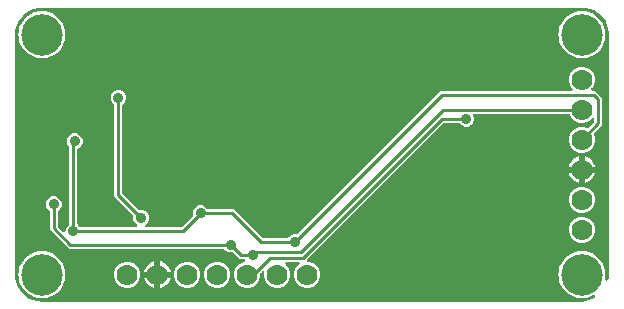
<source format=gbr>
G04 EAGLE Gerber RS-274X export*
G75*
%MOMM*%
%FSLAX34Y34*%
%LPD*%
%INBottom Copper*%
%IPPOS*%
%AMOC8*
5,1,8,0,0,1.08239X$1,22.5*%
G01*
%ADD10C,1.778000*%
%ADD11C,3.516000*%
%ADD12C,0.906400*%
%ADD13C,0.254000*%

G36*
X482536Y2543D02*
X482536Y2543D01*
X482648Y2547D01*
X486108Y2905D01*
X486175Y2920D01*
X486244Y2926D01*
X486399Y2970D01*
X492960Y5280D01*
X493066Y5333D01*
X493175Y5380D01*
X493226Y5413D01*
X493244Y5423D01*
X493260Y5436D01*
X493309Y5469D01*
X493563Y5663D01*
X493637Y5736D01*
X493717Y5802D01*
X493750Y5847D01*
X493789Y5886D01*
X493843Y5975D01*
X493904Y6059D01*
X493924Y6111D01*
X493953Y6158D01*
X493983Y6258D01*
X494021Y6355D01*
X494028Y6410D01*
X494044Y6463D01*
X494048Y6567D01*
X494061Y6670D01*
X494054Y6726D01*
X494056Y6781D01*
X494034Y6883D01*
X494021Y6986D01*
X494001Y7038D01*
X493989Y7092D01*
X493943Y7185D01*
X493904Y7282D01*
X493872Y7327D01*
X493847Y7376D01*
X493779Y7455D01*
X493718Y7539D01*
X493675Y7575D01*
X493639Y7617D01*
X493553Y7676D01*
X493473Y7742D01*
X493423Y7766D01*
X493377Y7797D01*
X493280Y7833D01*
X493185Y7878D01*
X493131Y7888D01*
X493079Y7907D01*
X492975Y7918D01*
X492873Y7938D01*
X492817Y7934D01*
X492762Y7940D01*
X492659Y7925D01*
X492556Y7918D01*
X492469Y7896D01*
X492448Y7893D01*
X492434Y7887D01*
X492400Y7878D01*
X488502Y6612D01*
X488483Y6603D01*
X488409Y6577D01*
X486501Y5787D01*
X486165Y5787D01*
X486047Y5772D01*
X485929Y5765D01*
X485870Y5750D01*
X485850Y5747D01*
X485831Y5740D01*
X485773Y5725D01*
X484704Y5378D01*
X480876Y5780D01*
X480858Y5780D01*
X480743Y5787D01*
X478699Y5787D01*
X478151Y6014D01*
X478052Y6041D01*
X477957Y6077D01*
X477865Y6092D01*
X477844Y6098D01*
X477831Y6098D01*
X477798Y6104D01*
X476379Y6253D01*
X473415Y7964D01*
X473413Y7965D01*
X473410Y7967D01*
X473266Y8038D01*
X471490Y8773D01*
X470893Y9370D01*
X470826Y9422D01*
X470765Y9483D01*
X470651Y9558D01*
X470642Y9565D01*
X470638Y9567D01*
X470631Y9572D01*
X469129Y10439D01*
X467339Y12903D01*
X467326Y12917D01*
X467316Y12933D01*
X467209Y13054D01*
X465973Y14290D01*
X465557Y15296D01*
X465522Y15356D01*
X465497Y15420D01*
X465411Y15556D01*
X464208Y17211D01*
X463647Y19849D01*
X463636Y19883D01*
X463631Y19919D01*
X463579Y20071D01*
X462987Y21499D01*
X462987Y22822D01*
X462981Y22874D01*
X462983Y22926D01*
X462960Y23086D01*
X462468Y25400D01*
X462960Y27714D01*
X462964Y27767D01*
X462977Y27817D01*
X462987Y27978D01*
X462987Y29301D01*
X463579Y30729D01*
X463588Y30763D01*
X463604Y30795D01*
X463647Y30951D01*
X464208Y33589D01*
X465411Y35244D01*
X465444Y35305D01*
X465486Y35360D01*
X465557Y35504D01*
X465973Y36510D01*
X467209Y37746D01*
X467221Y37761D01*
X467236Y37773D01*
X467339Y37897D01*
X469129Y40361D01*
X470631Y41228D01*
X470699Y41280D01*
X470773Y41324D01*
X470875Y41414D01*
X470884Y41421D01*
X470887Y41424D01*
X470893Y41430D01*
X471490Y42027D01*
X473266Y42762D01*
X473268Y42764D01*
X473271Y42764D01*
X473415Y42836D01*
X476379Y44547D01*
X477798Y44696D01*
X477898Y44720D01*
X477999Y44734D01*
X478087Y44764D01*
X478108Y44769D01*
X478120Y44775D01*
X478151Y44786D01*
X478699Y45013D01*
X480743Y45013D01*
X480760Y45015D01*
X480876Y45020D01*
X484704Y45422D01*
X485773Y45075D01*
X485890Y45053D01*
X486005Y45023D01*
X486065Y45019D01*
X486085Y45015D01*
X486106Y45017D01*
X486165Y45013D01*
X486501Y45013D01*
X488409Y44223D01*
X488430Y44217D01*
X488503Y44188D01*
X492666Y42835D01*
X493278Y42285D01*
X493389Y42207D01*
X493497Y42126D01*
X493527Y42111D01*
X493539Y42103D01*
X493559Y42096D01*
X493641Y42055D01*
X493710Y42027D01*
X495005Y40732D01*
X495019Y40721D01*
X495053Y40686D01*
X498887Y37234D01*
X499100Y36756D01*
X499179Y36626D01*
X499450Y35971D01*
X499455Y35963D01*
X499463Y35941D01*
X502292Y29586D01*
X502292Y21616D01*
X502309Y21482D01*
X502321Y21348D01*
X502329Y21325D01*
X502332Y21300D01*
X502382Y21175D01*
X502427Y21048D01*
X502440Y21027D01*
X502449Y21005D01*
X502528Y20896D01*
X502603Y20783D01*
X502622Y20767D01*
X502636Y20747D01*
X502740Y20661D01*
X502840Y20571D01*
X502862Y20560D01*
X502881Y20544D01*
X503003Y20487D01*
X503123Y20425D01*
X503147Y20419D01*
X503169Y20409D01*
X503301Y20384D01*
X503432Y20353D01*
X503457Y20354D01*
X503481Y20349D01*
X503615Y20357D01*
X503750Y20361D01*
X503774Y20367D01*
X503799Y20369D01*
X503926Y20410D01*
X504056Y20447D01*
X504078Y20459D01*
X504101Y20467D01*
X504215Y20539D01*
X504332Y20607D01*
X504349Y20624D01*
X504370Y20637D01*
X504462Y20735D01*
X504558Y20830D01*
X504571Y20851D01*
X504588Y20869D01*
X504653Y20987D01*
X504722Y21102D01*
X504734Y21135D01*
X504741Y21147D01*
X504747Y21168D01*
X504778Y21253D01*
X505219Y22731D01*
X505230Y22799D01*
X505251Y22865D01*
X505270Y23025D01*
X505457Y26488D01*
X505456Y26506D01*
X505459Y26556D01*
X505459Y26623D01*
X505458Y26633D01*
X505459Y26654D01*
X505427Y27947D01*
X505428Y27952D01*
X505449Y28033D01*
X505458Y28176D01*
X505459Y28184D01*
X505459Y28187D01*
X505459Y28194D01*
X505459Y229784D01*
X505457Y229802D01*
X505452Y229916D01*
X505112Y233176D01*
X505096Y233243D01*
X505090Y233312D01*
X505046Y233467D01*
X502860Y239651D01*
X502807Y239757D01*
X502760Y239866D01*
X502726Y239917D01*
X502717Y239935D01*
X502704Y239950D01*
X502671Y240000D01*
X498681Y245205D01*
X498597Y245290D01*
X498519Y245379D01*
X498472Y245417D01*
X498457Y245432D01*
X498440Y245442D01*
X498393Y245479D01*
X492990Y249197D01*
X492884Y249251D01*
X492782Y249312D01*
X492725Y249333D01*
X492707Y249343D01*
X492687Y249347D01*
X492631Y249368D01*
X486344Y251234D01*
X486276Y251245D01*
X486210Y251266D01*
X486050Y251285D01*
X482788Y251457D01*
X482770Y251456D01*
X482721Y251459D01*
X482649Y251459D01*
X482639Y251458D01*
X482616Y251459D01*
X481337Y251426D01*
X481320Y251428D01*
X481239Y251449D01*
X481093Y251458D01*
X481087Y251459D01*
X481084Y251459D01*
X481079Y251459D01*
X25400Y251459D01*
X25378Y251457D01*
X25300Y251455D01*
X21923Y251190D01*
X21855Y251176D01*
X21786Y251171D01*
X21630Y251131D01*
X18892Y250241D01*
X18867Y250230D01*
X18841Y250224D01*
X18724Y250163D01*
X18604Y250106D01*
X18583Y250089D01*
X18560Y250077D01*
X18462Y249989D01*
X18445Y249988D01*
X18418Y249993D01*
X18286Y249985D01*
X18153Y249983D01*
X18128Y249975D01*
X18101Y249974D01*
X17945Y249934D01*
X15206Y249044D01*
X15099Y248994D01*
X14988Y248950D01*
X14937Y248917D01*
X14918Y248909D01*
X14903Y248896D01*
X14852Y248864D01*
X9388Y244893D01*
X9301Y244812D01*
X9209Y244736D01*
X9171Y244690D01*
X9156Y244676D01*
X9145Y244658D01*
X9107Y244612D01*
X5136Y239148D01*
X5079Y239044D01*
X5015Y238944D01*
X4993Y238887D01*
X4983Y238869D01*
X4978Y238849D01*
X4956Y238794D01*
X2869Y232370D01*
X2856Y232302D01*
X2833Y232236D01*
X2810Y232077D01*
X2545Y228700D01*
X2546Y228678D01*
X2541Y228600D01*
X2541Y25400D01*
X2543Y25378D01*
X2545Y25300D01*
X2810Y21923D01*
X2824Y21855D01*
X2829Y21786D01*
X2869Y21630D01*
X4956Y15206D01*
X5006Y15099D01*
X5050Y14988D01*
X5083Y14937D01*
X5091Y14918D01*
X5104Y14903D01*
X5136Y14852D01*
X9107Y9388D01*
X9127Y9366D01*
X9138Y9348D01*
X9184Y9305D01*
X9188Y9301D01*
X9264Y9209D01*
X9310Y9171D01*
X9324Y9156D01*
X9342Y9145D01*
X9388Y9107D01*
X14852Y5136D01*
X14956Y5079D01*
X15056Y5015D01*
X15113Y4993D01*
X15131Y4983D01*
X15151Y4978D01*
X15206Y4956D01*
X17945Y4066D01*
X17971Y4061D01*
X17996Y4051D01*
X18127Y4031D01*
X18257Y4006D01*
X18284Y4008D01*
X18310Y4004D01*
X18441Y4018D01*
X18455Y4008D01*
X18474Y3989D01*
X18585Y3917D01*
X18694Y3842D01*
X18719Y3832D01*
X18742Y3818D01*
X18892Y3759D01*
X21630Y2869D01*
X21698Y2856D01*
X21764Y2833D01*
X21923Y2810D01*
X25300Y2545D01*
X25322Y2546D01*
X25400Y2541D01*
X482518Y2541D01*
X482536Y2543D01*
G37*
%LPC*%
G36*
X197247Y14507D02*
X197247Y14507D01*
X193233Y16170D01*
X190160Y19243D01*
X188497Y23257D01*
X188497Y27603D01*
X190160Y31617D01*
X193233Y34690D01*
X196795Y36165D01*
X196856Y36200D01*
X196921Y36226D01*
X196993Y36278D01*
X197071Y36323D01*
X197121Y36371D01*
X197178Y36412D01*
X197235Y36482D01*
X197300Y36544D01*
X197336Y36604D01*
X197381Y36657D01*
X197419Y36739D01*
X197466Y36815D01*
X197487Y36882D01*
X197516Y36945D01*
X197533Y37033D01*
X197560Y37119D01*
X197563Y37189D01*
X197576Y37258D01*
X197570Y37347D01*
X197575Y37437D01*
X197561Y37505D01*
X197556Y37575D01*
X197529Y37660D01*
X197510Y37748D01*
X197480Y37811D01*
X197458Y37877D01*
X197410Y37953D01*
X197371Y38034D01*
X197325Y38087D01*
X197288Y38146D01*
X197223Y38208D01*
X197164Y38276D01*
X197107Y38316D01*
X197056Y38364D01*
X196978Y38407D01*
X196904Y38459D01*
X196839Y38484D01*
X196778Y38518D01*
X196691Y38540D01*
X196607Y38572D01*
X196538Y38580D01*
X196470Y38597D01*
X196309Y38607D01*
X192942Y38607D01*
X187686Y43864D01*
X187607Y43924D01*
X187535Y43992D01*
X187482Y44021D01*
X187434Y44058D01*
X187343Y44098D01*
X187257Y44146D01*
X187198Y44161D01*
X187143Y44185D01*
X187045Y44200D01*
X186949Y44225D01*
X186849Y44231D01*
X186828Y44235D01*
X186816Y44233D01*
X186788Y44235D01*
X184114Y44235D01*
X181701Y45235D01*
X179811Y47126D01*
X179732Y47186D01*
X179660Y47254D01*
X179607Y47283D01*
X179559Y47320D01*
X179468Y47360D01*
X179382Y47408D01*
X179323Y47423D01*
X179267Y47447D01*
X179169Y47462D01*
X179074Y47487D01*
X178974Y47493D01*
X178953Y47497D01*
X178941Y47495D01*
X178913Y47497D01*
X48162Y47497D01*
X34564Y61096D01*
X32257Y63402D01*
X32257Y78583D01*
X32245Y78681D01*
X32242Y78780D01*
X32225Y78838D01*
X32217Y78899D01*
X32181Y78991D01*
X32153Y79086D01*
X32123Y79138D01*
X32100Y79194D01*
X32042Y79274D01*
X31992Y79360D01*
X31926Y79435D01*
X31914Y79452D01*
X31904Y79459D01*
X31886Y79481D01*
X29995Y81371D01*
X28995Y83784D01*
X28995Y86396D01*
X29995Y88809D01*
X31841Y90655D01*
X34254Y91655D01*
X36866Y91655D01*
X39279Y90655D01*
X41125Y88809D01*
X42125Y86396D01*
X42125Y83784D01*
X41125Y81371D01*
X39234Y79481D01*
X39174Y79402D01*
X39106Y79330D01*
X39077Y79277D01*
X39040Y79229D01*
X39000Y79138D01*
X38952Y79052D01*
X38937Y78993D01*
X38913Y78937D01*
X38898Y78839D01*
X38873Y78744D01*
X38867Y78644D01*
X38863Y78623D01*
X38865Y78611D01*
X38863Y78583D01*
X38863Y66664D01*
X38875Y66566D01*
X38878Y66467D01*
X38895Y66408D01*
X38903Y66348D01*
X38939Y66256D01*
X38967Y66161D01*
X38997Y66109D01*
X39020Y66053D01*
X39078Y65973D01*
X39128Y65887D01*
X39194Y65812D01*
X39206Y65795D01*
X39216Y65787D01*
X39234Y65766D01*
X43339Y61662D01*
X43448Y61577D01*
X43555Y61488D01*
X43574Y61480D01*
X43590Y61467D01*
X43718Y61412D01*
X43843Y61353D01*
X43863Y61349D01*
X43882Y61341D01*
X44020Y61319D01*
X44156Y61293D01*
X44176Y61294D01*
X44196Y61291D01*
X44335Y61304D01*
X44473Y61313D01*
X44492Y61319D01*
X44512Y61321D01*
X44644Y61368D01*
X44775Y61411D01*
X44793Y61422D01*
X44812Y61429D01*
X44927Y61507D01*
X45044Y61581D01*
X45058Y61596D01*
X45075Y61607D01*
X45167Y61711D01*
X45262Y61813D01*
X45272Y61830D01*
X45285Y61846D01*
X45349Y61969D01*
X45416Y62091D01*
X45421Y62111D01*
X45430Y62129D01*
X45460Y62265D01*
X45495Y62399D01*
X45497Y62427D01*
X45500Y62439D01*
X45499Y62460D01*
X45505Y62560D01*
X45505Y63536D01*
X46505Y65949D01*
X48396Y67839D01*
X48456Y67918D01*
X48524Y67990D01*
X48553Y68043D01*
X48590Y68091D01*
X48630Y68182D01*
X48678Y68268D01*
X48693Y68327D01*
X48717Y68383D01*
X48732Y68481D01*
X48757Y68576D01*
X48763Y68676D01*
X48767Y68697D01*
X48765Y68709D01*
X48767Y68737D01*
X48767Y133193D01*
X48755Y133291D01*
X48752Y133390D01*
X48735Y133448D01*
X48727Y133509D01*
X48691Y133601D01*
X48663Y133696D01*
X48633Y133748D01*
X48610Y133804D01*
X48552Y133884D01*
X48502Y133970D01*
X48436Y134045D01*
X48424Y134062D01*
X48414Y134069D01*
X48396Y134091D01*
X47775Y134711D01*
X46775Y137124D01*
X46775Y139736D01*
X47775Y142149D01*
X49621Y143995D01*
X52034Y144995D01*
X54646Y144995D01*
X57059Y143995D01*
X58905Y142149D01*
X59905Y139736D01*
X59905Y137124D01*
X58905Y134711D01*
X57059Y132865D01*
X56156Y132491D01*
X56131Y132476D01*
X56103Y132467D01*
X55993Y132398D01*
X55880Y132333D01*
X55859Y132313D01*
X55834Y132297D01*
X55745Y132202D01*
X55652Y132112D01*
X55636Y132087D01*
X55616Y132065D01*
X55553Y131952D01*
X55485Y131841D01*
X55477Y131813D01*
X55462Y131787D01*
X55430Y131661D01*
X55392Y131537D01*
X55390Y131508D01*
X55383Y131479D01*
X55373Y131318D01*
X55373Y68737D01*
X55385Y68639D01*
X55388Y68540D01*
X55405Y68482D01*
X55413Y68421D01*
X55449Y68329D01*
X55477Y68234D01*
X55507Y68182D01*
X55530Y68126D01*
X55588Y68046D01*
X55638Y67960D01*
X55704Y67885D01*
X55716Y67868D01*
X55726Y67861D01*
X55744Y67839D01*
X57679Y65904D01*
X57758Y65844D01*
X57830Y65776D01*
X57883Y65747D01*
X57931Y65710D01*
X58022Y65670D01*
X58108Y65622D01*
X58167Y65607D01*
X58223Y65583D01*
X58321Y65568D01*
X58416Y65543D01*
X58516Y65537D01*
X58537Y65533D01*
X58549Y65535D01*
X58577Y65533D01*
X104999Y65533D01*
X105137Y65550D01*
X105275Y65563D01*
X105295Y65570D01*
X105315Y65573D01*
X105444Y65624D01*
X105575Y65671D01*
X105592Y65682D01*
X105610Y65690D01*
X105723Y65771D01*
X105838Y65849D01*
X105851Y65865D01*
X105868Y65876D01*
X105956Y65984D01*
X106048Y66088D01*
X106058Y66106D01*
X106070Y66121D01*
X106130Y66247D01*
X106193Y66371D01*
X106197Y66391D01*
X106206Y66409D01*
X106232Y66545D01*
X106263Y66681D01*
X106262Y66702D01*
X106266Y66721D01*
X106257Y66860D01*
X106253Y66999D01*
X106247Y67019D01*
X106246Y67039D01*
X106203Y67171D01*
X106165Y67305D01*
X106154Y67322D01*
X106148Y67341D01*
X106073Y67459D01*
X106003Y67579D01*
X105984Y67600D01*
X105978Y67610D01*
X105963Y67624D01*
X105897Y67699D01*
X103984Y69612D01*
X102984Y72025D01*
X102984Y74699D01*
X102972Y74797D01*
X102969Y74896D01*
X102952Y74955D01*
X102944Y75015D01*
X102908Y75107D01*
X102881Y75202D01*
X102850Y75254D01*
X102827Y75310D01*
X102769Y75390D01*
X102719Y75476D01*
X102653Y75551D01*
X102641Y75568D01*
X102631Y75575D01*
X102613Y75597D01*
X86867Y91342D01*
X86867Y168753D01*
X86855Y168851D01*
X86852Y168950D01*
X86835Y169008D01*
X86827Y169069D01*
X86791Y169161D01*
X86763Y169256D01*
X86733Y169308D01*
X86710Y169364D01*
X86652Y169444D01*
X86602Y169530D01*
X86536Y169605D01*
X86524Y169622D01*
X86514Y169629D01*
X86496Y169651D01*
X84605Y171541D01*
X83605Y173954D01*
X83605Y176566D01*
X84605Y178979D01*
X86451Y180825D01*
X88864Y181825D01*
X91476Y181825D01*
X93889Y180825D01*
X95735Y178979D01*
X96735Y176566D01*
X96735Y173954D01*
X95735Y171541D01*
X93844Y169651D01*
X93784Y169572D01*
X93716Y169500D01*
X93687Y169447D01*
X93650Y169399D01*
X93610Y169308D01*
X93562Y169222D01*
X93547Y169163D01*
X93523Y169107D01*
X93508Y169009D01*
X93483Y168914D01*
X93477Y168814D01*
X93473Y168793D01*
X93475Y168781D01*
X93473Y168753D01*
X93473Y94604D01*
X93485Y94506D01*
X93488Y94407D01*
X93505Y94348D01*
X93513Y94288D01*
X93549Y94196D01*
X93577Y94101D01*
X93607Y94049D01*
X93630Y93993D01*
X93688Y93913D01*
X93738Y93827D01*
X93804Y93752D01*
X93816Y93735D01*
X93826Y93727D01*
X93844Y93706D01*
X107283Y80267D01*
X107362Y80207D01*
X107434Y80139D01*
X107487Y80110D01*
X107535Y80072D01*
X107626Y80033D01*
X107712Y79985D01*
X107771Y79970D01*
X107826Y79946D01*
X107924Y79931D01*
X108020Y79906D01*
X108120Y79900D01*
X108141Y79896D01*
X108153Y79897D01*
X108181Y79896D01*
X110855Y79896D01*
X113268Y78896D01*
X115114Y77050D01*
X116114Y74637D01*
X116114Y72025D01*
X115114Y69612D01*
X113202Y67699D01*
X113116Y67590D01*
X113028Y67483D01*
X113019Y67464D01*
X113007Y67448D01*
X112951Y67320D01*
X112892Y67195D01*
X112888Y67175D01*
X112880Y67156D01*
X112858Y67018D01*
X112832Y66882D01*
X112834Y66862D01*
X112830Y66842D01*
X112843Y66703D01*
X112852Y66565D01*
X112858Y66546D01*
X112860Y66526D01*
X112907Y66394D01*
X112950Y66263D01*
X112961Y66245D01*
X112968Y66226D01*
X113046Y66111D01*
X113120Y65994D01*
X113135Y65980D01*
X113146Y65963D01*
X113251Y65871D01*
X113352Y65776D01*
X113370Y65766D01*
X113385Y65753D01*
X113509Y65689D01*
X113630Y65622D01*
X113650Y65617D01*
X113668Y65608D01*
X113804Y65578D01*
X113938Y65543D01*
X113966Y65541D01*
X113978Y65538D01*
X113999Y65539D01*
X114099Y65533D01*
X142886Y65533D01*
X142984Y65545D01*
X143083Y65548D01*
X143142Y65565D01*
X143202Y65573D01*
X143294Y65609D01*
X143389Y65637D01*
X143441Y65667D01*
X143497Y65690D01*
X143577Y65748D01*
X143663Y65798D01*
X143738Y65864D01*
X143755Y65876D01*
X143763Y65886D01*
X143784Y65904D01*
X153084Y75204D01*
X153144Y75283D01*
X153212Y75355D01*
X153241Y75408D01*
X153278Y75456D01*
X153318Y75547D01*
X153366Y75633D01*
X153381Y75692D01*
X153405Y75747D01*
X153420Y75845D01*
X153445Y75941D01*
X153451Y76041D01*
X153455Y76062D01*
X153453Y76074D01*
X153455Y76102D01*
X153455Y78776D01*
X154455Y81189D01*
X156301Y83035D01*
X158714Y84035D01*
X161326Y84035D01*
X163739Y83035D01*
X165629Y81144D01*
X165708Y81084D01*
X165780Y81016D01*
X165833Y80987D01*
X165881Y80950D01*
X165972Y80910D01*
X166058Y80862D01*
X166117Y80847D01*
X166173Y80823D01*
X166271Y80808D01*
X166366Y80783D01*
X166466Y80777D01*
X166487Y80773D01*
X166499Y80775D01*
X166527Y80773D01*
X188058Y80773D01*
X211816Y57014D01*
X211895Y56954D01*
X211967Y56886D01*
X212020Y56857D01*
X212068Y56820D01*
X212159Y56780D01*
X212245Y56732D01*
X212304Y56717D01*
X212359Y56693D01*
X212457Y56678D01*
X212553Y56653D01*
X212653Y56647D01*
X212674Y56643D01*
X212686Y56645D01*
X212714Y56643D01*
X233523Y56643D01*
X233621Y56655D01*
X233720Y56658D01*
X233778Y56675D01*
X233839Y56683D01*
X233931Y56719D01*
X234026Y56747D01*
X234078Y56777D01*
X234134Y56800D01*
X234214Y56858D01*
X234300Y56908D01*
X234375Y56974D01*
X234392Y56986D01*
X234399Y56996D01*
X234421Y57014D01*
X236311Y58905D01*
X238724Y59905D01*
X241398Y59905D01*
X241496Y59917D01*
X241595Y59920D01*
X241654Y59937D01*
X241714Y59945D01*
X241806Y59981D01*
X241901Y60009D01*
X241953Y60039D01*
X242009Y60062D01*
X242089Y60120D01*
X242175Y60170D01*
X242250Y60236D01*
X242267Y60248D01*
X242275Y60258D01*
X242296Y60276D01*
X363122Y181103D01*
X473486Y181103D01*
X473624Y181120D01*
X473762Y181133D01*
X473781Y181140D01*
X473802Y181143D01*
X473931Y181194D01*
X474062Y181241D01*
X474078Y181252D01*
X474097Y181260D01*
X474209Y181341D01*
X474325Y181419D01*
X474338Y181435D01*
X474355Y181446D01*
X474443Y181554D01*
X474535Y181658D01*
X474544Y181676D01*
X474557Y181691D01*
X474617Y181817D01*
X474680Y181941D01*
X474684Y181961D01*
X474693Y181979D01*
X474719Y182116D01*
X474749Y182251D01*
X474749Y182272D01*
X474753Y182291D01*
X474744Y182430D01*
X474740Y182569D01*
X474734Y182589D01*
X474733Y182609D01*
X474690Y182741D01*
X474651Y182875D01*
X474641Y182892D01*
X474635Y182911D01*
X474560Y183029D01*
X474490Y183149D01*
X474471Y183170D01*
X474465Y183180D01*
X474450Y183194D01*
X474383Y183269D01*
X473340Y184313D01*
X471677Y188327D01*
X471677Y192673D01*
X473340Y196687D01*
X476413Y199760D01*
X480427Y201423D01*
X484773Y201423D01*
X488787Y199760D01*
X491860Y196687D01*
X493523Y192673D01*
X493523Y188327D01*
X491860Y184313D01*
X490817Y183269D01*
X490732Y183160D01*
X490643Y183053D01*
X490634Y183034D01*
X490622Y183018D01*
X490566Y182891D01*
X490507Y182765D01*
X490503Y182745D01*
X490495Y182726D01*
X490473Y182588D01*
X490447Y182452D01*
X490449Y182432D01*
X490445Y182412D01*
X490458Y182273D01*
X490467Y182135D01*
X490473Y182116D01*
X490475Y182096D01*
X490522Y181964D01*
X490565Y181833D01*
X490576Y181815D01*
X490583Y181796D01*
X490661Y181681D01*
X490735Y181564D01*
X490750Y181550D01*
X490761Y181533D01*
X490865Y181441D01*
X490967Y181346D01*
X490985Y181336D01*
X491000Y181323D01*
X491124Y181260D01*
X491245Y181192D01*
X491265Y181187D01*
X491283Y181178D01*
X491419Y181148D01*
X491553Y181113D01*
X491581Y181111D01*
X491593Y181108D01*
X491614Y181109D01*
X491714Y181103D01*
X494128Y181103D01*
X499873Y175358D01*
X499873Y152302D01*
X497566Y149996D01*
X492928Y145357D01*
X492909Y145333D01*
X492887Y145314D01*
X492812Y145208D01*
X492733Y145106D01*
X492721Y145078D01*
X492704Y145054D01*
X492658Y144933D01*
X492606Y144814D01*
X492602Y144785D01*
X492591Y144757D01*
X492577Y144628D01*
X492556Y144500D01*
X492559Y144470D01*
X492556Y144441D01*
X492574Y144312D01*
X492586Y144183D01*
X492596Y144155D01*
X492600Y144126D01*
X492652Y143974D01*
X493523Y141873D01*
X493523Y137527D01*
X491860Y133513D01*
X488787Y130440D01*
X484773Y128777D01*
X480427Y128777D01*
X476413Y130440D01*
X473340Y133513D01*
X471677Y137527D01*
X471677Y141873D01*
X473340Y145887D01*
X476413Y148960D01*
X480427Y150623D01*
X484773Y150623D01*
X486874Y149752D01*
X486902Y149745D01*
X486928Y149731D01*
X487055Y149703D01*
X487180Y149669D01*
X487210Y149668D01*
X487239Y149662D01*
X487368Y149666D01*
X487498Y149663D01*
X487527Y149670D01*
X487557Y149671D01*
X487681Y149707D01*
X487808Y149738D01*
X487834Y149751D01*
X487862Y149760D01*
X487974Y149825D01*
X488089Y149886D01*
X488111Y149906D01*
X488136Y149921D01*
X488257Y150028D01*
X492896Y154666D01*
X492956Y154745D01*
X493024Y154817D01*
X493053Y154870D01*
X493090Y154918D01*
X493130Y155009D01*
X493178Y155095D01*
X493193Y155154D01*
X493217Y155209D01*
X493232Y155307D01*
X493257Y155403D01*
X493263Y155503D01*
X493267Y155524D01*
X493265Y155536D01*
X493267Y155564D01*
X493267Y157256D01*
X493250Y157393D01*
X493237Y157532D01*
X493230Y157551D01*
X493227Y157572D01*
X493176Y157700D01*
X493129Y157832D01*
X493118Y157848D01*
X493110Y157867D01*
X493029Y157980D01*
X492951Y158095D01*
X492935Y158108D01*
X492924Y158125D01*
X492816Y158213D01*
X492712Y158305D01*
X492694Y158314D01*
X492679Y158327D01*
X492553Y158387D01*
X492429Y158450D01*
X492409Y158454D01*
X492391Y158463D01*
X492255Y158489D01*
X492119Y158519D01*
X492098Y158519D01*
X492079Y158523D01*
X491940Y158514D01*
X491801Y158510D01*
X491781Y158504D01*
X491761Y158503D01*
X491629Y158460D01*
X491495Y158421D01*
X491478Y158411D01*
X491459Y158405D01*
X491341Y158330D01*
X491221Y158260D01*
X491200Y158241D01*
X491190Y158235D01*
X491176Y158220D01*
X491101Y158153D01*
X488787Y155840D01*
X484773Y154177D01*
X480427Y154177D01*
X476413Y155840D01*
X473340Y158913D01*
X472470Y161014D01*
X472455Y161039D01*
X472446Y161067D01*
X472377Y161177D01*
X472312Y161290D01*
X472292Y161311D01*
X472276Y161336D01*
X472181Y161425D01*
X472091Y161518D01*
X472066Y161534D01*
X472044Y161554D01*
X471931Y161617D01*
X471820Y161685D01*
X471792Y161693D01*
X471766Y161708D01*
X471640Y161740D01*
X471516Y161778D01*
X471487Y161780D01*
X471458Y161787D01*
X471297Y161797D01*
X391938Y161797D01*
X391889Y161791D01*
X391839Y161793D01*
X391732Y161771D01*
X391623Y161757D01*
X391576Y161739D01*
X391528Y161729D01*
X391429Y161681D01*
X391327Y161640D01*
X391287Y161611D01*
X391242Y161589D01*
X391159Y161518D01*
X391070Y161454D01*
X391038Y161415D01*
X391000Y161383D01*
X390937Y161293D01*
X390867Y161209D01*
X390846Y161164D01*
X390817Y161123D01*
X390778Y161020D01*
X390731Y160921D01*
X390722Y160872D01*
X390704Y160826D01*
X390692Y160716D01*
X390672Y160609D01*
X390675Y160559D01*
X390669Y160510D01*
X390685Y160401D01*
X390691Y160291D01*
X390707Y160244D01*
X390714Y160195D01*
X390766Y160042D01*
X391375Y158572D01*
X391375Y155960D01*
X390375Y153547D01*
X388529Y151701D01*
X386116Y150701D01*
X383504Y150701D01*
X381091Y151701D01*
X379201Y153592D01*
X379122Y153652D01*
X379050Y153720D01*
X378997Y153749D01*
X378949Y153786D01*
X378858Y153826D01*
X378772Y153874D01*
X378713Y153889D01*
X378657Y153913D01*
X378559Y153928D01*
X378464Y153953D01*
X378364Y153959D01*
X378343Y153963D01*
X378331Y153961D01*
X378303Y153963D01*
X365935Y153963D01*
X365836Y153951D01*
X365737Y153948D01*
X365679Y153931D01*
X365619Y153923D01*
X365527Y153887D01*
X365432Y153859D01*
X365380Y153829D01*
X365323Y153806D01*
X365243Y153748D01*
X365158Y153698D01*
X365083Y153632D01*
X365066Y153620D01*
X365058Y153610D01*
X365037Y153592D01*
X249965Y38519D01*
X249880Y38410D01*
X249791Y38303D01*
X249783Y38284D01*
X249770Y38268D01*
X249715Y38140D01*
X249656Y38015D01*
X249652Y37995D01*
X249644Y37976D01*
X249622Y37838D01*
X249596Y37702D01*
X249597Y37682D01*
X249594Y37662D01*
X249607Y37523D01*
X249616Y37385D01*
X249622Y37366D01*
X249624Y37346D01*
X249671Y37214D01*
X249714Y37083D01*
X249724Y37065D01*
X249731Y37046D01*
X249809Y36931D01*
X249884Y36814D01*
X249899Y36800D01*
X249910Y36783D01*
X250014Y36691D01*
X250115Y36596D01*
X250133Y36586D01*
X250148Y36573D01*
X250272Y36509D01*
X250394Y36442D01*
X250414Y36437D01*
X250432Y36428D01*
X250567Y36398D01*
X250702Y36363D01*
X250730Y36361D01*
X250742Y36358D01*
X250762Y36359D01*
X250863Y36353D01*
X252393Y36353D01*
X256407Y34690D01*
X259480Y31617D01*
X261143Y27603D01*
X261143Y23257D01*
X259480Y19243D01*
X256407Y16170D01*
X252393Y14507D01*
X248047Y14507D01*
X244033Y16170D01*
X240960Y19243D01*
X239297Y23257D01*
X239297Y27603D01*
X240960Y31617D01*
X243273Y33931D01*
X243359Y34040D01*
X243447Y34147D01*
X243456Y34166D01*
X243468Y34182D01*
X243524Y34310D01*
X243583Y34435D01*
X243587Y34455D01*
X243595Y34474D01*
X243617Y34612D01*
X243643Y34748D01*
X243641Y34768D01*
X243645Y34788D01*
X243632Y34927D01*
X243623Y35065D01*
X243617Y35084D01*
X243615Y35104D01*
X243568Y35236D01*
X243525Y35367D01*
X243514Y35385D01*
X243507Y35404D01*
X243429Y35519D01*
X243355Y35636D01*
X243340Y35650D01*
X243329Y35667D01*
X243224Y35759D01*
X243123Y35854D01*
X243105Y35864D01*
X243090Y35877D01*
X242966Y35941D01*
X242845Y36008D01*
X242825Y36013D01*
X242807Y36022D01*
X242671Y36052D01*
X242537Y36087D01*
X242509Y36089D01*
X242497Y36092D01*
X242476Y36091D01*
X242376Y36097D01*
X232664Y36097D01*
X232527Y36080D01*
X232388Y36067D01*
X232369Y36060D01*
X232348Y36057D01*
X232220Y36006D01*
X232088Y35959D01*
X232072Y35948D01*
X232053Y35940D01*
X231940Y35859D01*
X231825Y35781D01*
X231812Y35765D01*
X231795Y35754D01*
X231707Y35646D01*
X231615Y35542D01*
X231606Y35524D01*
X231593Y35509D01*
X231533Y35383D01*
X231470Y35259D01*
X231466Y35239D01*
X231457Y35221D01*
X231431Y35085D01*
X231401Y34949D01*
X231401Y34928D01*
X231397Y34909D01*
X231406Y34770D01*
X231410Y34631D01*
X231416Y34611D01*
X231417Y34591D01*
X231460Y34459D01*
X231499Y34325D01*
X231509Y34308D01*
X231515Y34289D01*
X231590Y34171D01*
X231660Y34051D01*
X231679Y34030D01*
X231685Y34020D01*
X231700Y34006D01*
X231767Y33931D01*
X234080Y31617D01*
X235743Y27603D01*
X235743Y23257D01*
X234080Y19243D01*
X231007Y16170D01*
X226993Y14507D01*
X222647Y14507D01*
X218633Y16170D01*
X215560Y19243D01*
X213897Y23257D01*
X213897Y27092D01*
X213880Y27230D01*
X213867Y27369D01*
X213860Y27388D01*
X213857Y27408D01*
X213806Y27537D01*
X213759Y27668D01*
X213748Y27685D01*
X213740Y27703D01*
X213659Y27816D01*
X213581Y27931D01*
X213565Y27944D01*
X213554Y27961D01*
X213446Y28050D01*
X213342Y28142D01*
X213324Y28151D01*
X213309Y28164D01*
X213183Y28223D01*
X213059Y28286D01*
X213039Y28291D01*
X213021Y28299D01*
X212884Y28325D01*
X212749Y28356D01*
X212728Y28355D01*
X212709Y28359D01*
X212570Y28350D01*
X212431Y28346D01*
X212411Y28340D01*
X212391Y28339D01*
X212259Y28296D01*
X212125Y28258D01*
X212108Y28247D01*
X212089Y28241D01*
X211971Y28167D01*
X211851Y28096D01*
X211830Y28078D01*
X211820Y28071D01*
X211806Y28056D01*
X211731Y27990D01*
X210714Y26974D01*
X210654Y26896D01*
X210586Y26823D01*
X210557Y26770D01*
X210520Y26722D01*
X210480Y26632D01*
X210432Y26545D01*
X210417Y26486D01*
X210393Y26431D01*
X210378Y26333D01*
X210353Y26237D01*
X210347Y26137D01*
X210343Y26116D01*
X210345Y26104D01*
X210343Y26076D01*
X210343Y23257D01*
X208680Y19243D01*
X205607Y16170D01*
X201593Y14507D01*
X197247Y14507D01*
G37*
%LPD*%
%LPC*%
G36*
X23676Y5780D02*
X23676Y5780D01*
X23658Y5780D01*
X23543Y5787D01*
X21499Y5787D01*
X20951Y6014D01*
X20852Y6041D01*
X20757Y6077D01*
X20665Y6092D01*
X20644Y6098D01*
X20631Y6098D01*
X20598Y6104D01*
X19416Y6228D01*
X19390Y6227D01*
X19364Y6232D01*
X19231Y6224D01*
X19173Y6223D01*
X19147Y6250D01*
X19125Y6265D01*
X19106Y6283D01*
X18972Y6372D01*
X16215Y7964D01*
X16213Y7965D01*
X16210Y7967D01*
X16066Y8038D01*
X14290Y8773D01*
X13693Y9370D01*
X13626Y9422D01*
X13565Y9483D01*
X13451Y9558D01*
X13442Y9565D01*
X13438Y9567D01*
X13431Y9572D01*
X11929Y10439D01*
X10139Y12903D01*
X10126Y12917D01*
X10116Y12933D01*
X10009Y13054D01*
X8773Y14290D01*
X8357Y15296D01*
X8322Y15356D01*
X8297Y15420D01*
X8211Y15556D01*
X7008Y17211D01*
X6447Y19849D01*
X6436Y19883D01*
X6431Y19919D01*
X6379Y20071D01*
X5787Y21499D01*
X5787Y22822D01*
X5781Y22874D01*
X5783Y22926D01*
X5760Y23086D01*
X5268Y25400D01*
X5760Y27714D01*
X5764Y27767D01*
X5777Y27817D01*
X5787Y27978D01*
X5787Y29301D01*
X6379Y30729D01*
X6388Y30763D01*
X6404Y30795D01*
X6447Y30951D01*
X7008Y33589D01*
X8211Y35244D01*
X8244Y35305D01*
X8286Y35360D01*
X8357Y35504D01*
X8773Y36510D01*
X10009Y37746D01*
X10021Y37761D01*
X10036Y37773D01*
X10139Y37897D01*
X11929Y40361D01*
X13431Y41228D01*
X13499Y41280D01*
X13573Y41324D01*
X13675Y41414D01*
X13684Y41421D01*
X13687Y41424D01*
X13693Y41430D01*
X14290Y42027D01*
X16066Y42762D01*
X16068Y42764D01*
X16071Y42764D01*
X16215Y42836D01*
X19179Y44547D01*
X20598Y44696D01*
X20698Y44720D01*
X20799Y44734D01*
X20887Y44764D01*
X20908Y44769D01*
X20920Y44775D01*
X20951Y44786D01*
X21499Y45013D01*
X23543Y45013D01*
X23560Y45015D01*
X23676Y45020D01*
X27504Y45422D01*
X28573Y45075D01*
X28690Y45053D01*
X28805Y45023D01*
X28865Y45019D01*
X28885Y45015D01*
X28906Y45017D01*
X28965Y45013D01*
X29301Y45013D01*
X31209Y44223D01*
X31230Y44217D01*
X31303Y44188D01*
X35466Y42835D01*
X36078Y42285D01*
X36189Y42207D01*
X36297Y42126D01*
X36327Y42111D01*
X36339Y42103D01*
X36359Y42096D01*
X36441Y42055D01*
X36510Y42027D01*
X37805Y40732D01*
X37819Y40721D01*
X37853Y40686D01*
X41687Y37234D01*
X41900Y36756D01*
X41979Y36626D01*
X42250Y35971D01*
X42255Y35963D01*
X42263Y35941D01*
X45092Y29586D01*
X45092Y21214D01*
X42263Y14859D01*
X42260Y14849D01*
X42250Y14829D01*
X41994Y14211D01*
X41975Y14187D01*
X41970Y14179D01*
X41968Y14175D01*
X41963Y14164D01*
X41900Y14044D01*
X41687Y13566D01*
X37853Y10114D01*
X37841Y10100D01*
X37805Y10068D01*
X36510Y8773D01*
X36441Y8745D01*
X36324Y8678D01*
X36204Y8615D01*
X36177Y8594D01*
X36165Y8587D01*
X36150Y8572D01*
X36078Y8515D01*
X35466Y7965D01*
X31302Y6612D01*
X31283Y6603D01*
X31209Y6577D01*
X29301Y5787D01*
X28965Y5787D01*
X28847Y5772D01*
X28729Y5765D01*
X28670Y5750D01*
X28650Y5747D01*
X28631Y5740D01*
X28573Y5725D01*
X27504Y5378D01*
X23676Y5780D01*
G37*
%LPD*%
%LPC*%
G36*
X23676Y208980D02*
X23676Y208980D01*
X23658Y208980D01*
X23543Y208987D01*
X21499Y208987D01*
X20951Y209214D01*
X20852Y209241D01*
X20757Y209277D01*
X20665Y209292D01*
X20644Y209298D01*
X20631Y209298D01*
X20598Y209304D01*
X19179Y209453D01*
X16215Y211164D01*
X16213Y211165D01*
X16210Y211167D01*
X16066Y211238D01*
X14290Y211973D01*
X13693Y212570D01*
X13626Y212622D01*
X13565Y212683D01*
X13451Y212758D01*
X13442Y212765D01*
X13438Y212767D01*
X13431Y212772D01*
X11929Y213639D01*
X10139Y216103D01*
X10126Y216117D01*
X10116Y216133D01*
X10009Y216254D01*
X8773Y217490D01*
X8357Y218496D01*
X8322Y218556D01*
X8297Y218620D01*
X8211Y218756D01*
X7008Y220411D01*
X6447Y223049D01*
X6436Y223083D01*
X6431Y223119D01*
X6379Y223271D01*
X5787Y224699D01*
X5787Y226022D01*
X5781Y226074D01*
X5783Y226126D01*
X5760Y226286D01*
X5268Y228600D01*
X5760Y230914D01*
X5764Y230967D01*
X5777Y231017D01*
X5787Y231178D01*
X5787Y232501D01*
X6379Y233929D01*
X6388Y233963D01*
X6404Y233995D01*
X6447Y234151D01*
X7008Y236789D01*
X8211Y238444D01*
X8244Y238505D01*
X8286Y238560D01*
X8357Y238704D01*
X8773Y239710D01*
X10009Y240946D01*
X10021Y240961D01*
X10036Y240973D01*
X10139Y241097D01*
X11929Y243561D01*
X13431Y244428D01*
X13499Y244480D01*
X13573Y244524D01*
X13675Y244614D01*
X13684Y244621D01*
X13687Y244624D01*
X13693Y244630D01*
X14290Y245227D01*
X16066Y245962D01*
X16068Y245964D01*
X16071Y245964D01*
X16215Y246036D01*
X18972Y247628D01*
X18993Y247644D01*
X19017Y247655D01*
X19119Y247740D01*
X19166Y247775D01*
X19203Y247768D01*
X19229Y247769D01*
X19256Y247765D01*
X19416Y247772D01*
X20598Y247896D01*
X20698Y247920D01*
X20799Y247934D01*
X20887Y247964D01*
X20908Y247969D01*
X20920Y247975D01*
X20951Y247986D01*
X21499Y248213D01*
X23543Y248213D01*
X23560Y248215D01*
X23676Y248220D01*
X27504Y248622D01*
X28573Y248275D01*
X28690Y248253D01*
X28805Y248223D01*
X28865Y248219D01*
X28885Y248215D01*
X28906Y248217D01*
X28965Y248213D01*
X29301Y248213D01*
X31209Y247422D01*
X31230Y247417D01*
X31303Y247388D01*
X35466Y246035D01*
X36078Y245485D01*
X36189Y245407D01*
X36297Y245326D01*
X36327Y245311D01*
X36339Y245303D01*
X36359Y245296D01*
X36441Y245255D01*
X36510Y245227D01*
X37805Y243932D01*
X37819Y243921D01*
X37853Y243886D01*
X41687Y240434D01*
X41900Y239956D01*
X41979Y239826D01*
X42250Y239171D01*
X42255Y239162D01*
X42263Y239141D01*
X45092Y232786D01*
X45092Y224414D01*
X42263Y218059D01*
X42260Y218049D01*
X42250Y218029D01*
X41994Y217411D01*
X41975Y217387D01*
X41970Y217379D01*
X41968Y217375D01*
X41963Y217364D01*
X41900Y217244D01*
X41687Y216766D01*
X37853Y213314D01*
X37841Y213300D01*
X37805Y213268D01*
X36510Y211973D01*
X36441Y211945D01*
X36324Y211878D01*
X36204Y211815D01*
X36177Y211794D01*
X36165Y211787D01*
X36150Y211772D01*
X36078Y211715D01*
X35466Y211165D01*
X31302Y209812D01*
X31283Y209803D01*
X31209Y209777D01*
X29301Y208987D01*
X28965Y208987D01*
X28847Y208972D01*
X28729Y208965D01*
X28670Y208950D01*
X28650Y208947D01*
X28631Y208940D01*
X28573Y208925D01*
X27504Y208578D01*
X23676Y208980D01*
G37*
%LPD*%
%LPC*%
G36*
X480876Y208980D02*
X480876Y208980D01*
X480858Y208980D01*
X480743Y208987D01*
X478699Y208987D01*
X478151Y209214D01*
X478052Y209241D01*
X477957Y209277D01*
X477865Y209292D01*
X477844Y209298D01*
X477831Y209298D01*
X477798Y209304D01*
X476379Y209453D01*
X473415Y211164D01*
X473413Y211165D01*
X473410Y211167D01*
X473266Y211238D01*
X471490Y211973D01*
X470893Y212570D01*
X470826Y212622D01*
X470765Y212683D01*
X470651Y212758D01*
X470642Y212765D01*
X470638Y212767D01*
X470631Y212772D01*
X469129Y213639D01*
X467339Y216103D01*
X467326Y216117D01*
X467316Y216133D01*
X467209Y216254D01*
X465973Y217490D01*
X465557Y218496D01*
X465522Y218556D01*
X465497Y218620D01*
X465411Y218756D01*
X464208Y220411D01*
X463647Y223049D01*
X463636Y223083D01*
X463631Y223119D01*
X463579Y223271D01*
X462987Y224699D01*
X462987Y226022D01*
X462981Y226074D01*
X462983Y226126D01*
X462960Y226286D01*
X462468Y228600D01*
X462960Y230914D01*
X462964Y230967D01*
X462977Y231017D01*
X462987Y231178D01*
X462987Y232501D01*
X463579Y233929D01*
X463588Y233963D01*
X463604Y233995D01*
X463647Y234151D01*
X464208Y236789D01*
X465411Y238444D01*
X465444Y238505D01*
X465486Y238560D01*
X465557Y238704D01*
X465973Y239710D01*
X467209Y240946D01*
X467221Y240961D01*
X467236Y240973D01*
X467339Y241097D01*
X469129Y243561D01*
X470631Y244428D01*
X470699Y244480D01*
X470773Y244524D01*
X470875Y244614D01*
X470884Y244621D01*
X470887Y244624D01*
X470893Y244630D01*
X471490Y245227D01*
X473266Y245962D01*
X473268Y245964D01*
X473271Y245964D01*
X473415Y246036D01*
X476379Y247747D01*
X477798Y247896D01*
X477898Y247920D01*
X477999Y247934D01*
X478087Y247964D01*
X478108Y247969D01*
X478120Y247975D01*
X478151Y247986D01*
X478699Y248213D01*
X480743Y248213D01*
X480760Y248215D01*
X480876Y248220D01*
X484704Y248622D01*
X485773Y248275D01*
X485890Y248253D01*
X486005Y248223D01*
X486065Y248219D01*
X486085Y248215D01*
X486106Y248217D01*
X486165Y248213D01*
X486501Y248213D01*
X488409Y247423D01*
X488430Y247417D01*
X488503Y247388D01*
X492666Y246035D01*
X493278Y245485D01*
X493389Y245407D01*
X493497Y245326D01*
X493527Y245311D01*
X493539Y245303D01*
X493559Y245296D01*
X493641Y245255D01*
X493710Y245227D01*
X495005Y243932D01*
X495019Y243921D01*
X495053Y243886D01*
X498887Y240434D01*
X499100Y239956D01*
X499179Y239826D01*
X499450Y239171D01*
X499455Y239163D01*
X499463Y239141D01*
X502292Y232786D01*
X502292Y224414D01*
X499463Y218059D01*
X499460Y218049D01*
X499450Y218029D01*
X499194Y217411D01*
X499175Y217387D01*
X499170Y217379D01*
X499168Y217375D01*
X499163Y217364D01*
X499100Y217244D01*
X498887Y216766D01*
X495053Y213314D01*
X495041Y213300D01*
X495005Y213268D01*
X493710Y211973D01*
X493641Y211945D01*
X493524Y211878D01*
X493404Y211815D01*
X493377Y211794D01*
X493365Y211787D01*
X493350Y211772D01*
X493278Y211715D01*
X492666Y211165D01*
X488502Y209812D01*
X488483Y209803D01*
X488409Y209777D01*
X486501Y208987D01*
X486165Y208987D01*
X486047Y208972D01*
X485929Y208965D01*
X485870Y208950D01*
X485850Y208947D01*
X485831Y208940D01*
X485773Y208925D01*
X484704Y208578D01*
X480876Y208980D01*
G37*
%LPD*%
%LPC*%
G36*
X480427Y77977D02*
X480427Y77977D01*
X476413Y79640D01*
X473340Y82713D01*
X471677Y86727D01*
X471677Y91073D01*
X473340Y95087D01*
X476413Y98160D01*
X480427Y99823D01*
X484773Y99823D01*
X488787Y98160D01*
X491860Y95087D01*
X493523Y91073D01*
X493523Y86727D01*
X491860Y82713D01*
X488787Y79640D01*
X484773Y77977D01*
X480427Y77977D01*
G37*
%LPD*%
%LPC*%
G36*
X480427Y52577D02*
X480427Y52577D01*
X476413Y54240D01*
X473340Y57313D01*
X471677Y61327D01*
X471677Y65673D01*
X473340Y69687D01*
X476413Y72760D01*
X480427Y74423D01*
X484773Y74423D01*
X488787Y72760D01*
X491860Y69687D01*
X493523Y65673D01*
X493523Y61327D01*
X491860Y57313D01*
X488787Y54240D01*
X484773Y52577D01*
X480427Y52577D01*
G37*
%LPD*%
%LPC*%
G36*
X171847Y14507D02*
X171847Y14507D01*
X167833Y16170D01*
X164760Y19243D01*
X163097Y23257D01*
X163097Y27603D01*
X164760Y31617D01*
X167833Y34690D01*
X171847Y36353D01*
X176193Y36353D01*
X180207Y34690D01*
X183280Y31617D01*
X184943Y27603D01*
X184943Y23257D01*
X183280Y19243D01*
X180207Y16170D01*
X176193Y14507D01*
X171847Y14507D01*
G37*
%LPD*%
%LPC*%
G36*
X146447Y14507D02*
X146447Y14507D01*
X142433Y16170D01*
X139360Y19243D01*
X137697Y23257D01*
X137697Y27603D01*
X139360Y31617D01*
X142433Y34690D01*
X146447Y36353D01*
X150793Y36353D01*
X154807Y34690D01*
X157880Y31617D01*
X159543Y27603D01*
X159543Y23257D01*
X157880Y19243D01*
X154807Y16170D01*
X150793Y14507D01*
X146447Y14507D01*
G37*
%LPD*%
%LPC*%
G36*
X95647Y14507D02*
X95647Y14507D01*
X91633Y16170D01*
X88560Y19243D01*
X86897Y23257D01*
X86897Y27603D01*
X88560Y31617D01*
X91633Y34690D01*
X95647Y36353D01*
X99993Y36353D01*
X104007Y34690D01*
X107080Y31617D01*
X108743Y27603D01*
X108743Y23257D01*
X107080Y19243D01*
X104007Y16170D01*
X99993Y14507D01*
X95647Y14507D01*
G37*
%LPD*%
%LPC*%
G36*
X485099Y116799D02*
X485099Y116799D01*
X485099Y125477D01*
X485277Y125449D01*
X486988Y124893D01*
X488591Y124077D01*
X490047Y123019D01*
X491319Y121747D01*
X492377Y120291D01*
X493193Y118688D01*
X493749Y116977D01*
X493777Y116799D01*
X485099Y116799D01*
G37*
%LPD*%
%LPC*%
G36*
X125719Y27929D02*
X125719Y27929D01*
X125719Y36607D01*
X125897Y36579D01*
X127608Y36023D01*
X129211Y35207D01*
X130667Y34149D01*
X131939Y32877D01*
X132997Y31421D01*
X133813Y29818D01*
X134369Y28107D01*
X134397Y27929D01*
X125719Y27929D01*
G37*
%LPD*%
%LPC*%
G36*
X471423Y116799D02*
X471423Y116799D01*
X471451Y116977D01*
X472007Y118688D01*
X472823Y120291D01*
X473881Y121747D01*
X475153Y123019D01*
X476609Y124077D01*
X478212Y124893D01*
X479923Y125449D01*
X480101Y125477D01*
X480101Y116799D01*
X471423Y116799D01*
G37*
%LPD*%
%LPC*%
G36*
X485099Y111801D02*
X485099Y111801D01*
X493777Y111801D01*
X493749Y111623D01*
X493193Y109912D01*
X492377Y108309D01*
X491319Y106853D01*
X490047Y105581D01*
X488591Y104523D01*
X486988Y103707D01*
X485277Y103151D01*
X485099Y103123D01*
X485099Y111801D01*
G37*
%LPD*%
%LPC*%
G36*
X112043Y27929D02*
X112043Y27929D01*
X112071Y28107D01*
X112627Y29818D01*
X113443Y31421D01*
X114501Y32877D01*
X115773Y34149D01*
X117229Y35207D01*
X118832Y36023D01*
X120543Y36579D01*
X120721Y36607D01*
X120721Y27929D01*
X112043Y27929D01*
G37*
%LPD*%
%LPC*%
G36*
X125719Y22931D02*
X125719Y22931D01*
X134397Y22931D01*
X134369Y22753D01*
X133813Y21042D01*
X132997Y19439D01*
X131939Y17983D01*
X130667Y16711D01*
X129211Y15653D01*
X127608Y14837D01*
X125897Y14281D01*
X125719Y14253D01*
X125719Y22931D01*
G37*
%LPD*%
%LPC*%
G36*
X479923Y103151D02*
X479923Y103151D01*
X478212Y103707D01*
X476609Y104523D01*
X475153Y105581D01*
X473881Y106853D01*
X472823Y108309D01*
X472007Y109912D01*
X471451Y111623D01*
X471423Y111801D01*
X480101Y111801D01*
X480101Y103123D01*
X479923Y103151D01*
G37*
%LPD*%
%LPC*%
G36*
X120543Y14281D02*
X120543Y14281D01*
X118832Y14837D01*
X117229Y15653D01*
X115773Y16711D01*
X114501Y17983D01*
X113443Y19439D01*
X112627Y21042D01*
X112071Y22753D01*
X112043Y22931D01*
X120721Y22931D01*
X120721Y14253D01*
X120543Y14281D01*
G37*
%LPD*%
D10*
X482600Y63500D03*
X482600Y88900D03*
X482600Y114300D03*
X482600Y139700D03*
X482600Y165100D03*
X482600Y190500D03*
D11*
X25400Y228600D03*
X482600Y228600D03*
X25400Y25400D03*
X482600Y25400D03*
D10*
X97820Y25430D03*
X123220Y25430D03*
X148620Y25430D03*
X174020Y25430D03*
X199420Y25430D03*
X224820Y25430D03*
X250220Y25430D03*
D12*
X17780Y157480D03*
X60960Y119380D03*
X80010Y83820D03*
X19050Y86360D03*
X44450Y207010D03*
X114300Y113030D03*
X260350Y138430D03*
X189230Y220980D03*
X185420Y50800D03*
D13*
X194310Y41910D01*
D12*
X204470Y41910D03*
D13*
X194310Y41910D01*
X365409Y165100D02*
X482600Y165100D01*
X207010Y44450D02*
X204470Y41910D01*
X207010Y44450D02*
X244759Y44450D01*
X365409Y165100D01*
X185420Y50800D02*
X49530Y50800D01*
X35560Y64770D01*
X35560Y85090D01*
D12*
X35560Y85090D03*
X53340Y138430D03*
D13*
X52070Y137160D01*
X52070Y62230D01*
D12*
X52070Y62230D03*
X160020Y77470D03*
D13*
X186690Y77470D02*
X210820Y53340D01*
X186690Y77470D02*
X160020Y77470D01*
X210820Y53340D02*
X240030Y53340D01*
D12*
X240030Y53340D03*
D13*
X364490Y177800D01*
X492760Y177800D01*
X496570Y173990D01*
X496570Y153670D02*
X482600Y139700D01*
X496570Y153670D02*
X496570Y173990D01*
X144780Y62230D02*
X52070Y62230D01*
X144780Y62230D02*
X160020Y77470D01*
D12*
X109549Y73331D03*
D13*
X90170Y92710D01*
X90170Y175260D01*
D12*
X90170Y175260D03*
D13*
X218470Y39400D02*
X204500Y25430D01*
X199420Y25430D01*
X218470Y39400D02*
X246175Y39400D01*
X364041Y157266D02*
X384810Y157266D01*
D12*
X384810Y157266D03*
D13*
X364041Y157266D02*
X246175Y39400D01*
M02*

</source>
